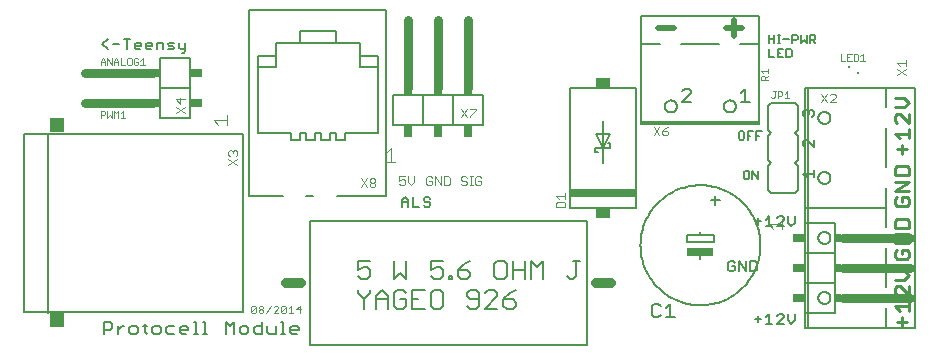
<source format=gto>
G75*
%MOIN*%
%OFA0B0*%
%FSLAX24Y24*%
%IPPOS*%
%LPD*%
%AMOC8*
5,1,8,0,0,1.08239X$1,22.5*
%
%ADD10C,0.0070*%
%ADD11C,0.0100*%
%ADD12C,0.0050*%
%ADD13C,0.0080*%
%ADD14C,0.0030*%
%ADD15C,0.0200*%
%ADD16C,0.0020*%
%ADD17C,0.0010*%
%ADD18C,0.0060*%
%ADD19R,0.0900X0.0250*%
%ADD20R,0.0450X0.0502*%
%ADD21R,0.0450X0.0492*%
%ADD22C,0.0335*%
%ADD23C,0.0300*%
%ADD24R,0.0300X0.0200*%
%ADD25R,0.0300X0.0400*%
%ADD26C,0.0040*%
%ADD27R,0.0200X0.0300*%
%ADD28R,0.0400X0.0300*%
%ADD29R,0.2200X0.0300*%
%ADD30R,0.0500X0.0350*%
%ADD31C,0.0098*%
%ADD32R,0.0079X0.0079*%
D10*
X012739Y004727D02*
X012739Y004947D01*
X012849Y005057D01*
X012959Y004947D01*
X012959Y004727D01*
X013107Y004727D02*
X013327Y004727D01*
X013475Y004782D02*
X013530Y004727D01*
X013641Y004727D01*
X013696Y004782D01*
X013696Y004837D01*
X013641Y004892D01*
X013530Y004892D01*
X013475Y004947D01*
X013475Y005002D01*
X013530Y005057D01*
X013641Y005057D01*
X013696Y005002D01*
X013107Y005057D02*
X013107Y004727D01*
X012959Y004892D02*
X012739Y004892D01*
X023634Y002852D02*
X023634Y002632D01*
X023689Y002577D01*
X023799Y002577D01*
X023854Y002632D01*
X023854Y002742D01*
X023744Y002742D01*
X023854Y002852D02*
X023799Y002907D01*
X023689Y002907D01*
X023634Y002852D01*
X024002Y002907D02*
X024222Y002577D01*
X024222Y002907D01*
X024370Y002907D02*
X024536Y002907D01*
X024591Y002852D01*
X024591Y002632D01*
X024536Y002577D01*
X024370Y002577D01*
X024370Y002907D01*
X024002Y002907D02*
X024002Y002577D01*
X024884Y004077D02*
X025104Y004077D01*
X024994Y004077D02*
X024994Y004407D01*
X024884Y004297D01*
X024736Y004242D02*
X024516Y004242D01*
X024626Y004352D02*
X024626Y004132D01*
X025252Y004077D02*
X025472Y004297D01*
X025472Y004352D01*
X025417Y004407D01*
X025307Y004407D01*
X025252Y004352D01*
X025620Y004407D02*
X025620Y004187D01*
X025731Y004077D01*
X025841Y004187D01*
X025841Y004407D01*
X025472Y004077D02*
X025252Y004077D01*
X025307Y001157D02*
X025252Y001102D01*
X025307Y001157D02*
X025417Y001157D01*
X025472Y001102D01*
X025472Y001047D01*
X025252Y000827D01*
X025472Y000827D01*
X025620Y000937D02*
X025731Y000827D01*
X025841Y000937D01*
X025841Y001157D01*
X025620Y001157D02*
X025620Y000937D01*
X025104Y000827D02*
X024884Y000827D01*
X024994Y000827D02*
X024994Y001157D01*
X024884Y001047D01*
X024736Y000992D02*
X024516Y000992D01*
X024626Y001102D02*
X024626Y000882D01*
X005537Y009922D02*
X005482Y009867D01*
X005427Y009867D01*
X005372Y009977D02*
X005537Y009977D01*
X005537Y009922D02*
X005537Y010197D01*
X005317Y010197D02*
X005317Y010032D01*
X005372Y009977D01*
X005169Y010032D02*
X005114Y010087D01*
X005004Y010087D01*
X004949Y010142D01*
X005004Y010197D01*
X005169Y010197D01*
X005169Y010032D02*
X005114Y009977D01*
X004949Y009977D01*
X004801Y009977D02*
X004801Y010142D01*
X004745Y010197D01*
X004580Y010197D01*
X004580Y009977D01*
X004432Y010087D02*
X004212Y010087D01*
X004212Y010032D02*
X004212Y010142D01*
X004267Y010197D01*
X004377Y010197D01*
X004432Y010142D01*
X004432Y010087D01*
X004377Y009977D02*
X004267Y009977D01*
X004212Y010032D01*
X004064Y010087D02*
X003844Y010087D01*
X003844Y010032D02*
X003844Y010142D01*
X003899Y010197D01*
X004009Y010197D01*
X004064Y010142D01*
X004064Y010087D01*
X004009Y009977D02*
X003899Y009977D01*
X003844Y010032D01*
X003586Y009977D02*
X003586Y010307D01*
X003696Y010307D02*
X003475Y010307D01*
X003327Y010142D02*
X003107Y010142D01*
X002959Y009977D02*
X002739Y010142D01*
X002959Y010307D01*
D11*
X029193Y008346D02*
X029500Y008346D01*
X029654Y008192D01*
X029500Y008039D01*
X029193Y008039D01*
X029270Y007830D02*
X029193Y007753D01*
X029193Y007600D01*
X029270Y007523D01*
X029347Y007830D02*
X029654Y007523D01*
X029654Y007830D01*
X029347Y007830D02*
X029270Y007830D01*
X029654Y007314D02*
X029654Y007008D01*
X029347Y007008D02*
X029193Y007161D01*
X029654Y007161D01*
X029424Y006799D02*
X029424Y006492D01*
X029577Y006645D02*
X029270Y006645D01*
X029270Y006080D02*
X029193Y006003D01*
X029193Y005773D01*
X029654Y005773D01*
X029654Y006003D01*
X029577Y006080D01*
X029270Y006080D01*
X029193Y005564D02*
X029654Y005564D01*
X029193Y005258D01*
X029654Y005258D01*
X029577Y005049D02*
X029424Y005049D01*
X029424Y004895D01*
X029577Y004742D02*
X029270Y004742D01*
X029193Y004819D01*
X029193Y004972D01*
X029270Y005049D01*
X029577Y005049D02*
X029654Y004972D01*
X029654Y004819D01*
X029577Y004742D01*
X029577Y004330D02*
X029270Y004330D01*
X029193Y004253D01*
X029193Y004023D01*
X029654Y004023D01*
X029654Y004253D01*
X029577Y004330D01*
X029654Y003814D02*
X029193Y003814D01*
X029193Y003508D02*
X029654Y003814D01*
X029654Y003508D02*
X029193Y003508D01*
X029270Y003299D02*
X029193Y003222D01*
X029193Y003069D01*
X029270Y002992D01*
X029577Y002992D01*
X029654Y003069D01*
X029654Y003222D01*
X029577Y003299D01*
X029424Y003299D01*
X029424Y003145D01*
X029500Y002596D02*
X029193Y002596D01*
X029500Y002596D02*
X029654Y002442D01*
X029500Y002289D01*
X029193Y002289D01*
X029270Y002080D02*
X029193Y002003D01*
X029193Y001850D01*
X029270Y001773D01*
X029347Y002080D02*
X029654Y001773D01*
X029654Y002080D01*
X029347Y002080D02*
X029270Y002080D01*
X029654Y001564D02*
X029654Y001258D01*
X029347Y001258D02*
X029193Y001411D01*
X029654Y001411D01*
X029424Y001049D02*
X029424Y000742D01*
X029577Y000895D02*
X029270Y000895D01*
D12*
X021839Y001047D02*
X021539Y001047D01*
X021689Y001047D02*
X021689Y001497D01*
X021539Y001347D01*
X021379Y001422D02*
X021304Y001497D01*
X021154Y001497D01*
X021079Y001422D01*
X021079Y001122D01*
X021154Y001047D01*
X021304Y001047D01*
X021379Y001122D01*
X018928Y000125D02*
X018928Y004259D01*
X009676Y004259D01*
X009676Y000125D01*
X018928Y000125D01*
X016545Y001433D02*
X016443Y001331D01*
X016240Y001331D01*
X016138Y001433D01*
X016138Y001636D01*
X016443Y001636D01*
X016545Y001535D01*
X016545Y001433D01*
X016138Y001636D02*
X016341Y001840D01*
X016545Y001942D01*
X015937Y001840D02*
X015937Y001738D01*
X015530Y001331D01*
X015937Y001331D01*
X015329Y001433D02*
X015228Y001331D01*
X015024Y001331D01*
X014922Y001433D01*
X015024Y001636D02*
X015329Y001636D01*
X015329Y001433D02*
X015329Y001840D01*
X015228Y001942D01*
X015024Y001942D01*
X014922Y001840D01*
X014922Y001738D01*
X015024Y001636D01*
X015530Y001840D02*
X015632Y001942D01*
X015835Y001942D01*
X015937Y001840D01*
X015936Y002321D02*
X016139Y002321D01*
X016241Y002423D01*
X016241Y002830D01*
X016139Y002932D01*
X015936Y002932D01*
X015834Y002830D01*
X015834Y002423D01*
X015936Y002321D01*
X016442Y002321D02*
X016442Y002932D01*
X016849Y002932D02*
X016849Y002321D01*
X017049Y002321D02*
X017049Y002932D01*
X017253Y002728D01*
X017456Y002932D01*
X017456Y002321D01*
X016849Y002626D02*
X016442Y002626D01*
X015025Y002525D02*
X015025Y002423D01*
X014924Y002321D01*
X014720Y002321D01*
X014618Y002423D01*
X014618Y002626D01*
X014924Y002626D01*
X015025Y002525D01*
X014822Y002830D02*
X014618Y002626D01*
X014416Y002423D02*
X014416Y002321D01*
X014315Y002321D01*
X014315Y002423D01*
X014416Y002423D01*
X014114Y002423D02*
X014012Y002321D01*
X013809Y002321D01*
X013707Y002423D01*
X014114Y002423D02*
X014114Y002626D01*
X014012Y002728D01*
X013910Y002728D01*
X013707Y002626D01*
X013707Y002932D01*
X014114Y002932D01*
X014822Y002830D02*
X015025Y002932D01*
X012898Y002932D02*
X012898Y002321D01*
X012695Y002525D01*
X012491Y002321D01*
X012491Y002932D01*
X011683Y002932D02*
X011276Y002932D01*
X011276Y002626D01*
X011480Y002728D01*
X011581Y002728D01*
X011683Y002626D01*
X011683Y002423D01*
X011581Y002321D01*
X011378Y002321D01*
X011276Y002423D01*
X011276Y001942D02*
X011276Y001840D01*
X011480Y001636D01*
X011480Y001331D01*
X011884Y001331D02*
X011884Y001738D01*
X012087Y001942D01*
X012291Y001738D01*
X012291Y001331D01*
X012491Y001433D02*
X012593Y001331D01*
X012797Y001331D01*
X012898Y001433D01*
X012898Y001636D01*
X012695Y001636D01*
X012491Y001433D02*
X012491Y001840D01*
X012593Y001942D01*
X012797Y001942D01*
X012898Y001840D01*
X013099Y001942D02*
X013099Y001331D01*
X013506Y001331D01*
X013707Y001433D02*
X013809Y001331D01*
X014012Y001331D01*
X014114Y001433D01*
X014114Y001840D01*
X014012Y001942D01*
X013809Y001942D01*
X013707Y001840D01*
X013707Y001433D01*
X013303Y001636D02*
X013099Y001636D01*
X013099Y001942D02*
X013506Y001942D01*
X012291Y001636D02*
X011884Y001636D01*
X011683Y001840D02*
X011480Y001636D01*
X011683Y001840D02*
X011683Y001942D01*
X018265Y002423D02*
X018367Y002321D01*
X018468Y002321D01*
X018570Y002423D01*
X018570Y002932D01*
X018468Y002932D02*
X018672Y002932D01*
X024139Y005692D02*
X024185Y005647D01*
X024275Y005647D01*
X024320Y005692D01*
X024320Y005872D01*
X024275Y005917D01*
X024185Y005917D01*
X024139Y005872D01*
X024139Y005692D01*
X024434Y005647D02*
X024434Y005917D01*
X024614Y005647D01*
X024614Y005917D01*
X026138Y005830D02*
X026479Y005830D01*
X026479Y005717D02*
X026479Y005944D01*
X026252Y005717D02*
X026138Y005830D01*
X026195Y006717D02*
X026138Y006774D01*
X026138Y006887D01*
X026195Y006944D01*
X026252Y006944D01*
X026479Y006717D01*
X026479Y006944D01*
X024748Y007237D02*
X024568Y007237D01*
X024568Y006967D01*
X024568Y007102D02*
X024658Y007102D01*
X024454Y007237D02*
X024273Y007237D01*
X024273Y006967D01*
X024159Y007012D02*
X024159Y007192D01*
X024114Y007237D01*
X024024Y007237D01*
X023979Y007192D01*
X023979Y007012D01*
X024024Y006967D01*
X024114Y006967D01*
X024159Y007012D01*
X024273Y007102D02*
X024364Y007102D01*
X026138Y007774D02*
X026138Y007887D01*
X026195Y007944D01*
X026252Y007944D01*
X026309Y007887D01*
X026365Y007944D01*
X026422Y007944D01*
X026479Y007887D01*
X026479Y007774D01*
X026422Y007717D01*
X026309Y007830D02*
X026309Y007887D01*
X026195Y007717D02*
X026138Y007774D01*
X024353Y008217D02*
X024053Y008217D01*
X024203Y008217D02*
X024203Y008667D01*
X024053Y008517D01*
X022403Y008517D02*
X022403Y008592D01*
X022328Y008667D01*
X022178Y008667D01*
X022103Y008592D01*
X022403Y008517D02*
X022103Y008217D01*
X022403Y008217D01*
X024979Y009717D02*
X025159Y009717D01*
X025273Y009717D02*
X025454Y009717D01*
X025568Y009717D02*
X025703Y009717D01*
X025748Y009762D01*
X025748Y009942D01*
X025703Y009987D01*
X025568Y009987D01*
X025568Y009717D01*
X025273Y009717D02*
X025273Y009987D01*
X025454Y009987D01*
X025364Y009852D02*
X025273Y009852D01*
X024979Y009987D02*
X024979Y009717D01*
X024979Y010197D02*
X024979Y010467D01*
X024979Y010332D02*
X025159Y010332D01*
X025159Y010467D02*
X025159Y010197D01*
X025273Y010197D02*
X025364Y010197D01*
X025318Y010197D02*
X025318Y010467D01*
X025273Y010467D02*
X025364Y010467D01*
X025470Y010332D02*
X025650Y010332D01*
X025765Y010287D02*
X025900Y010287D01*
X025945Y010332D01*
X025945Y010422D01*
X025900Y010467D01*
X025765Y010467D01*
X025765Y010197D01*
X026059Y010197D02*
X026149Y010287D01*
X026239Y010197D01*
X026239Y010467D01*
X026354Y010467D02*
X026489Y010467D01*
X026534Y010422D01*
X026534Y010332D01*
X026489Y010287D01*
X026354Y010287D01*
X026444Y010287D02*
X026534Y010197D01*
X026354Y010197D02*
X026354Y010467D01*
X026059Y010467D02*
X026059Y010197D01*
X000954Y007192D02*
X000954Y001192D01*
D13*
X000140Y001229D02*
X007463Y001229D01*
X007463Y007155D01*
X000140Y007155D01*
X000140Y001229D01*
X002818Y000902D02*
X002818Y000482D01*
X002818Y000622D02*
X003028Y000622D01*
X003098Y000692D01*
X003098Y000832D01*
X003028Y000902D01*
X002818Y000902D01*
X003278Y000762D02*
X003278Y000482D01*
X003278Y000622D02*
X003419Y000762D01*
X003489Y000762D01*
X003662Y000692D02*
X003662Y000552D01*
X003732Y000482D01*
X003872Y000482D01*
X003942Y000552D01*
X003942Y000692D01*
X003872Y000762D01*
X003732Y000762D01*
X003662Y000692D01*
X004123Y000762D02*
X004263Y000762D01*
X004193Y000832D02*
X004193Y000552D01*
X004263Y000482D01*
X004429Y000552D02*
X004500Y000482D01*
X004640Y000482D01*
X004710Y000552D01*
X004710Y000692D01*
X004640Y000762D01*
X004500Y000762D01*
X004429Y000692D01*
X004429Y000552D01*
X004890Y000552D02*
X004960Y000482D01*
X005170Y000482D01*
X005350Y000552D02*
X005350Y000692D01*
X005420Y000762D01*
X005560Y000762D01*
X005630Y000692D01*
X005630Y000622D01*
X005350Y000622D01*
X005350Y000552D02*
X005420Y000482D01*
X005560Y000482D01*
X005811Y000482D02*
X005951Y000482D01*
X005881Y000482D02*
X005881Y000902D01*
X005811Y000902D01*
X006118Y000902D02*
X006188Y000902D01*
X006188Y000482D01*
X006118Y000482D02*
X006258Y000482D01*
X006885Y000482D02*
X006885Y000902D01*
X007025Y000762D01*
X007165Y000902D01*
X007165Y000482D01*
X007345Y000552D02*
X007345Y000692D01*
X007415Y000762D01*
X007555Y000762D01*
X007626Y000692D01*
X007626Y000552D01*
X007555Y000482D01*
X007415Y000482D01*
X007345Y000552D01*
X007806Y000552D02*
X007806Y000692D01*
X007876Y000762D01*
X008086Y000762D01*
X008086Y000902D02*
X008086Y000482D01*
X007876Y000482D01*
X007806Y000552D01*
X008266Y000552D02*
X008266Y000762D01*
X008546Y000762D02*
X008546Y000482D01*
X008336Y000482D01*
X008266Y000552D01*
X008726Y000482D02*
X008867Y000482D01*
X008797Y000482D02*
X008797Y000902D01*
X008726Y000902D01*
X009033Y000692D02*
X009103Y000762D01*
X009244Y000762D01*
X009314Y000692D01*
X009314Y000622D01*
X009033Y000622D01*
X009033Y000552D02*
X009033Y000692D01*
X009033Y000552D02*
X009103Y000482D01*
X009244Y000482D01*
X005170Y000762D02*
X004960Y000762D01*
X004890Y000692D01*
X004890Y000552D01*
X007670Y005082D02*
X008804Y005082D01*
X009570Y005082D02*
X009804Y005082D01*
X010604Y005082D02*
X012237Y005082D01*
X012237Y011302D01*
X007670Y011302D01*
X007670Y005082D01*
X009054Y006942D02*
X009054Y007192D01*
X007954Y007192D01*
X007954Y009392D01*
X008554Y009392D01*
X008554Y009742D01*
X008554Y010192D01*
X009354Y010192D01*
X009354Y010592D01*
X010554Y010592D01*
X010554Y010192D01*
X009354Y010192D01*
X008554Y009742D02*
X007954Y009742D01*
X007954Y009392D01*
X010554Y010192D02*
X011354Y010192D01*
X011354Y009742D01*
X011354Y009392D01*
X011954Y009392D01*
X011954Y009742D01*
X011354Y009742D01*
X011954Y009392D02*
X011954Y007192D01*
X010854Y007192D01*
X010854Y006942D01*
X010554Y006942D01*
X010554Y007192D01*
X010354Y007192D01*
X010354Y006942D01*
X010054Y006942D01*
X010054Y007192D01*
X009854Y007192D01*
X009854Y006942D01*
X009554Y006942D01*
X009554Y007192D01*
X009354Y007192D01*
X009354Y006942D01*
X009054Y006942D01*
D14*
X007259Y006557D02*
X007259Y006461D01*
X007210Y006412D01*
X007259Y006311D02*
X006969Y006118D01*
X006969Y006311D02*
X007259Y006118D01*
X007017Y006412D02*
X006969Y006461D01*
X006969Y006557D01*
X007017Y006606D01*
X007065Y006606D01*
X007114Y006557D01*
X007162Y006606D01*
X007210Y006606D01*
X007259Y006557D01*
X007114Y006557D02*
X007114Y006509D01*
X005509Y007868D02*
X005219Y008061D01*
X005364Y008162D02*
X005364Y008356D01*
X005509Y008307D02*
X005219Y008307D01*
X005364Y008162D01*
X005509Y008061D02*
X005219Y007868D01*
X011379Y005677D02*
X011573Y005387D01*
X011674Y005435D02*
X011723Y005387D01*
X011819Y005387D01*
X011868Y005435D01*
X011868Y005484D01*
X011819Y005532D01*
X011723Y005532D01*
X011674Y005580D01*
X011674Y005629D01*
X011723Y005677D01*
X011819Y005677D01*
X011868Y005629D01*
X011868Y005580D01*
X011819Y005532D01*
X011723Y005532D02*
X011674Y005484D01*
X011674Y005435D01*
X011573Y005677D02*
X011379Y005387D01*
X014719Y007707D02*
X014912Y007997D01*
X015013Y007997D02*
X015207Y007997D01*
X015207Y007949D01*
X015013Y007755D01*
X015013Y007707D01*
X014912Y007707D02*
X014719Y007997D01*
X021144Y007397D02*
X021337Y007107D01*
X021438Y007155D02*
X021487Y007107D01*
X021584Y007107D01*
X021632Y007155D01*
X021632Y007204D01*
X021584Y007252D01*
X021438Y007252D01*
X021438Y007155D01*
X021438Y007252D02*
X021535Y007349D01*
X021632Y007397D01*
X021337Y007397D02*
X021144Y007107D01*
X018189Y005195D02*
X018189Y005002D01*
X018189Y005098D02*
X017899Y005098D01*
X017995Y005002D01*
X017947Y004900D02*
X017899Y004852D01*
X017899Y004707D01*
X018189Y004707D01*
X018189Y004852D01*
X018140Y004900D01*
X017947Y004900D01*
X009340Y001427D02*
X009220Y001307D01*
X009380Y001307D01*
X009340Y001187D02*
X009340Y001427D01*
X009052Y001427D02*
X009052Y001187D01*
X008972Y001187D02*
X009132Y001187D01*
X008972Y001347D02*
X009052Y001427D01*
X008883Y001387D02*
X008723Y001227D01*
X008763Y001187D01*
X008843Y001187D01*
X008883Y001227D01*
X008883Y001387D01*
X008843Y001427D01*
X008763Y001427D01*
X008723Y001387D01*
X008723Y001227D01*
X008634Y001187D02*
X008474Y001187D01*
X008634Y001347D01*
X008634Y001387D01*
X008594Y001427D01*
X008514Y001427D01*
X008474Y001387D01*
X008386Y001427D02*
X008226Y001187D01*
X008137Y001227D02*
X008097Y001187D01*
X008017Y001187D01*
X007977Y001227D01*
X007977Y001267D01*
X008017Y001307D01*
X008097Y001307D01*
X008137Y001267D01*
X008137Y001227D01*
X008097Y001307D02*
X008137Y001347D01*
X008137Y001387D01*
X008097Y001427D01*
X008017Y001427D01*
X007977Y001387D01*
X007977Y001347D01*
X008017Y001307D01*
X007889Y001387D02*
X007889Y001227D01*
X007849Y001187D01*
X007769Y001187D01*
X007728Y001227D01*
X007889Y001387D01*
X007849Y001427D01*
X007769Y001427D01*
X007728Y001387D01*
X007728Y001227D01*
X026719Y008207D02*
X026912Y008497D01*
X027013Y008449D02*
X027062Y008497D01*
X027159Y008497D01*
X027207Y008449D01*
X027207Y008400D01*
X027013Y008207D01*
X027207Y008207D01*
X026912Y008207D02*
X026719Y008497D01*
X029269Y009118D02*
X029559Y009311D01*
X029559Y009412D02*
X029559Y009606D01*
X029559Y009509D02*
X029269Y009509D01*
X029365Y009412D01*
X029269Y009311D02*
X029559Y009118D01*
D15*
X024088Y010692D02*
X023554Y010692D01*
X023821Y010959D02*
X023821Y010425D01*
X021838Y010692D02*
X021304Y010692D01*
D16*
X024944Y009320D02*
X024944Y009173D01*
X024944Y009246D02*
X024724Y009246D01*
X024797Y009173D01*
X024834Y009099D02*
X024870Y009062D01*
X024870Y008952D01*
X024870Y009025D02*
X024944Y009099D01*
X024834Y009099D02*
X024760Y009099D01*
X024724Y009062D01*
X024724Y008952D01*
X024944Y008952D01*
X025137Y008572D02*
X025211Y008572D01*
X025174Y008572D02*
X025174Y008389D01*
X025137Y008352D01*
X025100Y008352D01*
X025064Y008389D01*
X025285Y008425D02*
X025395Y008425D01*
X025432Y008462D01*
X025432Y008535D01*
X025395Y008572D01*
X025285Y008572D01*
X025285Y008352D01*
X025506Y008352D02*
X025653Y008352D01*
X025579Y008352D02*
X025579Y008572D01*
X025506Y008499D01*
X027373Y009596D02*
X027520Y009596D01*
X027594Y009596D02*
X027741Y009596D01*
X027815Y009596D02*
X027925Y009596D01*
X027962Y009632D01*
X027962Y009779D01*
X027925Y009816D01*
X027815Y009816D01*
X027815Y009596D01*
X027668Y009706D02*
X027594Y009706D01*
X027594Y009816D02*
X027594Y009596D01*
X027373Y009596D02*
X027373Y009816D01*
X027594Y009816D02*
X027741Y009816D01*
X028036Y009742D02*
X028110Y009816D01*
X028110Y009596D01*
X028183Y009596D02*
X028036Y009596D01*
X015405Y005702D02*
X015355Y005752D01*
X015255Y005752D01*
X015205Y005702D01*
X015205Y005502D01*
X015255Y005452D01*
X015355Y005452D01*
X015405Y005502D01*
X015405Y005602D01*
X015305Y005602D01*
X015109Y005452D02*
X015008Y005452D01*
X015058Y005452D02*
X015058Y005752D01*
X015008Y005752D02*
X015109Y005752D01*
X014914Y005702D02*
X014864Y005752D01*
X014764Y005752D01*
X014714Y005702D01*
X014714Y005652D01*
X014764Y005602D01*
X014864Y005602D01*
X014914Y005552D01*
X014914Y005502D01*
X014864Y005452D01*
X014764Y005452D01*
X014714Y005502D01*
X014353Y005502D02*
X014353Y005702D01*
X014303Y005752D01*
X014153Y005752D01*
X014153Y005452D01*
X014303Y005452D01*
X014353Y005502D01*
X014059Y005452D02*
X014059Y005752D01*
X013858Y005752D02*
X014059Y005452D01*
X013858Y005452D02*
X013858Y005752D01*
X013764Y005702D02*
X013714Y005752D01*
X013614Y005752D01*
X013564Y005702D01*
X013564Y005502D01*
X013614Y005452D01*
X013714Y005452D01*
X013764Y005502D01*
X013764Y005602D01*
X013664Y005602D01*
X013159Y005552D02*
X013159Y005752D01*
X012958Y005752D02*
X012958Y005552D01*
X013059Y005452D01*
X013159Y005552D01*
X012864Y005502D02*
X012814Y005452D01*
X012714Y005452D01*
X012664Y005502D01*
X012664Y005602D02*
X012764Y005652D01*
X012814Y005652D01*
X012864Y005602D01*
X012864Y005502D01*
X012664Y005602D02*
X012664Y005752D01*
X012864Y005752D01*
D17*
X004188Y009447D02*
X004035Y009447D01*
X004111Y009447D02*
X004111Y009677D01*
X004035Y009600D01*
X003967Y009562D02*
X003890Y009562D01*
X003967Y009562D02*
X003967Y009485D01*
X003929Y009447D01*
X003852Y009447D01*
X003814Y009485D01*
X003814Y009639D01*
X003852Y009677D01*
X003929Y009677D01*
X003967Y009639D01*
X003746Y009639D02*
X003708Y009677D01*
X003631Y009677D01*
X003593Y009639D01*
X003593Y009485D01*
X003631Y009447D01*
X003708Y009447D01*
X003746Y009485D01*
X003746Y009639D01*
X003372Y009677D02*
X003372Y009447D01*
X003525Y009447D01*
X003304Y009447D02*
X003304Y009600D01*
X003227Y009677D01*
X003151Y009600D01*
X003151Y009447D01*
X003083Y009447D02*
X003083Y009677D01*
X003151Y009562D02*
X003304Y009562D01*
X003083Y009447D02*
X002930Y009677D01*
X002930Y009447D01*
X002862Y009447D02*
X002862Y009600D01*
X002786Y009677D01*
X002709Y009600D01*
X002709Y009447D01*
X002709Y009562D02*
X002862Y009562D01*
X002824Y007927D02*
X002709Y007927D01*
X002709Y007697D01*
X002709Y007774D02*
X002824Y007774D01*
X002862Y007812D01*
X002862Y007889D01*
X002824Y007927D01*
X002930Y007927D02*
X002930Y007697D01*
X003006Y007774D01*
X003083Y007697D01*
X003083Y007927D01*
X003151Y007927D02*
X003227Y007850D01*
X003304Y007927D01*
X003304Y007697D01*
X003372Y007697D02*
X003525Y007697D01*
X003448Y007697D02*
X003448Y007927D01*
X003372Y007850D01*
X003151Y007927D02*
X003151Y007697D01*
D18*
X004704Y007692D02*
X005704Y007692D01*
X005704Y008692D01*
X005704Y009692D01*
X004704Y009692D01*
X004704Y008692D01*
X004704Y007692D01*
X004704Y008692D02*
X005704Y008692D01*
X012454Y008442D02*
X012454Y007442D01*
X013454Y007442D01*
X014454Y007442D01*
X015454Y007442D01*
X015454Y008442D01*
X014454Y008442D01*
X013454Y008442D01*
X012454Y008442D01*
X013454Y008442D02*
X013454Y007442D01*
X014454Y007442D02*
X014454Y008442D01*
X018354Y008692D02*
X018354Y004692D01*
X020554Y004692D01*
X020554Y008692D01*
X018354Y008692D01*
X019454Y007592D02*
X019454Y006692D01*
X019704Y006692D01*
X019704Y006842D01*
X019634Y006842D01*
X019454Y006692D02*
X019204Y006692D01*
X019204Y006542D01*
X019274Y006542D01*
X019454Y006692D02*
X019684Y007142D01*
X019224Y007142D01*
X019454Y006692D01*
X019454Y006192D01*
X020738Y007472D02*
X024668Y007472D01*
X024668Y007552D01*
X020738Y007552D01*
X020738Y010152D01*
X020738Y011092D01*
X024668Y011092D01*
X024668Y010152D01*
X024668Y007552D01*
X024954Y007292D02*
X025054Y007192D01*
X024954Y007092D01*
X024954Y006292D01*
X025054Y006192D01*
X024954Y006092D01*
X024954Y005292D01*
X025054Y005192D01*
X025854Y005192D01*
X025954Y005292D01*
X025954Y006092D01*
X025854Y006192D01*
X025954Y006292D01*
X025954Y007092D01*
X025854Y007192D01*
X025954Y007292D01*
X025954Y008092D01*
X025854Y008192D01*
X025054Y008192D01*
X024954Y008092D01*
X024954Y007292D01*
X023488Y008072D02*
X023490Y008100D01*
X023496Y008127D01*
X023505Y008153D01*
X023518Y008178D01*
X023535Y008201D01*
X023554Y008221D01*
X023576Y008238D01*
X023600Y008252D01*
X023626Y008262D01*
X023653Y008269D01*
X023681Y008272D01*
X023709Y008271D01*
X023736Y008266D01*
X023763Y008257D01*
X023788Y008245D01*
X023811Y008230D01*
X023832Y008211D01*
X023850Y008190D01*
X023865Y008166D01*
X023876Y008140D01*
X023884Y008114D01*
X023888Y008086D01*
X023888Y008058D01*
X023884Y008030D01*
X023876Y008004D01*
X023865Y007978D01*
X023850Y007954D01*
X023832Y007933D01*
X023811Y007914D01*
X023788Y007899D01*
X023763Y007887D01*
X023736Y007878D01*
X023709Y007873D01*
X023681Y007872D01*
X023653Y007875D01*
X023626Y007882D01*
X023600Y007892D01*
X023576Y007906D01*
X023554Y007923D01*
X023535Y007943D01*
X023518Y007966D01*
X023505Y007991D01*
X023496Y008017D01*
X023490Y008044D01*
X023488Y008072D01*
X021518Y008072D02*
X021520Y008100D01*
X021526Y008127D01*
X021535Y008153D01*
X021548Y008178D01*
X021565Y008201D01*
X021584Y008221D01*
X021606Y008238D01*
X021630Y008252D01*
X021656Y008262D01*
X021683Y008269D01*
X021711Y008272D01*
X021739Y008271D01*
X021766Y008266D01*
X021793Y008257D01*
X021818Y008245D01*
X021841Y008230D01*
X021862Y008211D01*
X021880Y008190D01*
X021895Y008166D01*
X021906Y008140D01*
X021914Y008114D01*
X021918Y008086D01*
X021918Y008058D01*
X021914Y008030D01*
X021906Y008004D01*
X021895Y007978D01*
X021880Y007954D01*
X021862Y007933D01*
X021841Y007914D01*
X021818Y007899D01*
X021793Y007887D01*
X021766Y007878D01*
X021739Y007873D01*
X021711Y007872D01*
X021683Y007875D01*
X021656Y007882D01*
X021630Y007892D01*
X021606Y007906D01*
X021584Y007923D01*
X021565Y007943D01*
X021548Y007966D01*
X021535Y007991D01*
X021526Y008017D01*
X021520Y008044D01*
X021518Y008072D01*
X020738Y007552D02*
X020738Y007472D01*
X026204Y008692D02*
X026204Y004692D01*
X026204Y000692D01*
X026304Y000692D01*
X026304Y008692D01*
X028904Y008692D01*
X028904Y008042D01*
X028904Y008692D02*
X029854Y008692D01*
X029854Y000692D01*
X028904Y000692D01*
X028904Y001342D01*
X027204Y001192D02*
X027204Y002192D01*
X027204Y003192D01*
X027204Y004192D01*
X026204Y004192D01*
X026204Y003192D01*
X026204Y002192D01*
X026204Y001192D01*
X027204Y001192D01*
X026634Y001692D02*
X026636Y001720D01*
X026642Y001747D01*
X026651Y001773D01*
X026664Y001798D01*
X026681Y001821D01*
X026700Y001841D01*
X026722Y001858D01*
X026746Y001872D01*
X026772Y001882D01*
X026799Y001889D01*
X026827Y001892D01*
X026855Y001891D01*
X026882Y001886D01*
X026909Y001877D01*
X026934Y001865D01*
X026957Y001850D01*
X026978Y001831D01*
X026996Y001810D01*
X027011Y001786D01*
X027022Y001760D01*
X027030Y001734D01*
X027034Y001706D01*
X027034Y001678D01*
X027030Y001650D01*
X027022Y001624D01*
X027011Y001598D01*
X026996Y001574D01*
X026978Y001553D01*
X026957Y001534D01*
X026934Y001519D01*
X026909Y001507D01*
X026882Y001498D01*
X026855Y001493D01*
X026827Y001492D01*
X026799Y001495D01*
X026772Y001502D01*
X026746Y001512D01*
X026722Y001526D01*
X026700Y001543D01*
X026681Y001563D01*
X026664Y001586D01*
X026651Y001611D01*
X026642Y001637D01*
X026636Y001664D01*
X026634Y001692D01*
X026204Y002192D02*
X027204Y002192D01*
X028904Y002042D02*
X028904Y003342D01*
X027204Y003192D02*
X026204Y003192D01*
X026634Y003692D02*
X026636Y003720D01*
X026642Y003747D01*
X026651Y003773D01*
X026664Y003798D01*
X026681Y003821D01*
X026700Y003841D01*
X026722Y003858D01*
X026746Y003872D01*
X026772Y003882D01*
X026799Y003889D01*
X026827Y003892D01*
X026855Y003891D01*
X026882Y003886D01*
X026909Y003877D01*
X026934Y003865D01*
X026957Y003850D01*
X026978Y003831D01*
X026996Y003810D01*
X027011Y003786D01*
X027022Y003760D01*
X027030Y003734D01*
X027034Y003706D01*
X027034Y003678D01*
X027030Y003650D01*
X027022Y003624D01*
X027011Y003598D01*
X026996Y003574D01*
X026978Y003553D01*
X026957Y003534D01*
X026934Y003519D01*
X026909Y003507D01*
X026882Y003498D01*
X026855Y003493D01*
X026827Y003492D01*
X026799Y003495D01*
X026772Y003502D01*
X026746Y003512D01*
X026722Y003526D01*
X026700Y003543D01*
X026681Y003563D01*
X026664Y003586D01*
X026651Y003611D01*
X026642Y003637D01*
X026636Y003664D01*
X026634Y003692D01*
X028904Y004042D02*
X028904Y004692D01*
X028904Y005342D01*
X028904Y004692D02*
X026204Y004692D01*
X026634Y005692D02*
X026636Y005720D01*
X026642Y005747D01*
X026651Y005773D01*
X026664Y005798D01*
X026681Y005821D01*
X026700Y005841D01*
X026722Y005858D01*
X026746Y005872D01*
X026772Y005882D01*
X026799Y005889D01*
X026827Y005892D01*
X026855Y005891D01*
X026882Y005886D01*
X026909Y005877D01*
X026934Y005865D01*
X026957Y005850D01*
X026978Y005831D01*
X026996Y005810D01*
X027011Y005786D01*
X027022Y005760D01*
X027030Y005734D01*
X027034Y005706D01*
X027034Y005678D01*
X027030Y005650D01*
X027022Y005624D01*
X027011Y005598D01*
X026996Y005574D01*
X026978Y005553D01*
X026957Y005534D01*
X026934Y005519D01*
X026909Y005507D01*
X026882Y005498D01*
X026855Y005493D01*
X026827Y005492D01*
X026799Y005495D01*
X026772Y005502D01*
X026746Y005512D01*
X026722Y005526D01*
X026700Y005543D01*
X026681Y005563D01*
X026664Y005586D01*
X026651Y005611D01*
X026642Y005637D01*
X026636Y005664D01*
X026634Y005692D01*
X028904Y006042D02*
X028904Y007342D01*
X026634Y007692D02*
X026636Y007720D01*
X026642Y007747D01*
X026651Y007773D01*
X026664Y007798D01*
X026681Y007821D01*
X026700Y007841D01*
X026722Y007858D01*
X026746Y007872D01*
X026772Y007882D01*
X026799Y007889D01*
X026827Y007892D01*
X026855Y007891D01*
X026882Y007886D01*
X026909Y007877D01*
X026934Y007865D01*
X026957Y007850D01*
X026978Y007831D01*
X026996Y007810D01*
X027011Y007786D01*
X027022Y007760D01*
X027030Y007734D01*
X027034Y007706D01*
X027034Y007678D01*
X027030Y007650D01*
X027022Y007624D01*
X027011Y007598D01*
X026996Y007574D01*
X026978Y007553D01*
X026957Y007534D01*
X026934Y007519D01*
X026909Y007507D01*
X026882Y007498D01*
X026855Y007493D01*
X026827Y007492D01*
X026799Y007495D01*
X026772Y007502D01*
X026746Y007512D01*
X026722Y007526D01*
X026700Y007543D01*
X026681Y007563D01*
X026664Y007586D01*
X026651Y007611D01*
X026642Y007637D01*
X026636Y007664D01*
X026634Y007692D01*
X026304Y008692D02*
X026204Y008692D01*
X024668Y010152D02*
X024038Y010152D01*
X023338Y010152D02*
X022068Y010152D01*
X021368Y010152D02*
X020738Y010152D01*
X023204Y005092D02*
X023204Y004792D01*
X023354Y004942D02*
X023054Y004942D01*
X022704Y003892D02*
X022704Y003792D01*
X023154Y003792D01*
X023154Y003542D01*
X022254Y003542D01*
X022254Y003792D01*
X022704Y003792D01*
X020704Y003442D02*
X020706Y003531D01*
X020712Y003620D01*
X020722Y003709D01*
X020736Y003797D01*
X020753Y003884D01*
X020775Y003970D01*
X020801Y004056D01*
X020830Y004140D01*
X020863Y004223D01*
X020899Y004304D01*
X020940Y004384D01*
X020983Y004461D01*
X021030Y004537D01*
X021081Y004610D01*
X021134Y004681D01*
X021191Y004750D01*
X021251Y004816D01*
X021314Y004880D01*
X021379Y004940D01*
X021447Y004998D01*
X021518Y005052D01*
X021591Y005103D01*
X021666Y005151D01*
X021743Y005196D01*
X021822Y005237D01*
X021903Y005274D01*
X021985Y005308D01*
X022069Y005339D01*
X022154Y005365D01*
X022240Y005388D01*
X022327Y005406D01*
X022415Y005421D01*
X022504Y005432D01*
X022593Y005439D01*
X022682Y005442D01*
X022771Y005441D01*
X022860Y005436D01*
X022948Y005427D01*
X023037Y005414D01*
X023124Y005397D01*
X023211Y005377D01*
X023297Y005352D01*
X023381Y005324D01*
X023464Y005292D01*
X023546Y005256D01*
X023626Y005217D01*
X023704Y005174D01*
X023780Y005128D01*
X023854Y005078D01*
X023926Y005025D01*
X023995Y004969D01*
X024062Y004910D01*
X024126Y004848D01*
X024187Y004784D01*
X024246Y004716D01*
X024301Y004646D01*
X024353Y004574D01*
X024402Y004499D01*
X024447Y004423D01*
X024489Y004344D01*
X024527Y004264D01*
X024562Y004182D01*
X024593Y004098D01*
X024621Y004013D01*
X024644Y003927D01*
X024664Y003840D01*
X024680Y003753D01*
X024692Y003664D01*
X024700Y003576D01*
X024704Y003487D01*
X024704Y003397D01*
X024700Y003308D01*
X024692Y003220D01*
X024680Y003131D01*
X024664Y003044D01*
X024644Y002957D01*
X024621Y002871D01*
X024593Y002786D01*
X024562Y002702D01*
X024527Y002620D01*
X024489Y002540D01*
X024447Y002461D01*
X024402Y002385D01*
X024353Y002310D01*
X024301Y002238D01*
X024246Y002168D01*
X024187Y002100D01*
X024126Y002036D01*
X024062Y001974D01*
X023995Y001915D01*
X023926Y001859D01*
X023854Y001806D01*
X023780Y001756D01*
X023704Y001710D01*
X023626Y001667D01*
X023546Y001628D01*
X023464Y001592D01*
X023381Y001560D01*
X023297Y001532D01*
X023211Y001507D01*
X023124Y001487D01*
X023037Y001470D01*
X022948Y001457D01*
X022860Y001448D01*
X022771Y001443D01*
X022682Y001442D01*
X022593Y001445D01*
X022504Y001452D01*
X022415Y001463D01*
X022327Y001478D01*
X022240Y001496D01*
X022154Y001519D01*
X022069Y001545D01*
X021985Y001576D01*
X021903Y001610D01*
X021822Y001647D01*
X021743Y001688D01*
X021666Y001733D01*
X021591Y001781D01*
X021518Y001832D01*
X021447Y001886D01*
X021379Y001944D01*
X021314Y002004D01*
X021251Y002068D01*
X021191Y002134D01*
X021134Y002203D01*
X021081Y002274D01*
X021030Y002347D01*
X020983Y002423D01*
X020940Y002500D01*
X020899Y002580D01*
X020863Y002661D01*
X020830Y002744D01*
X020801Y002828D01*
X020775Y002914D01*
X020753Y003000D01*
X020736Y003087D01*
X020722Y003175D01*
X020712Y003264D01*
X020706Y003353D01*
X020704Y003442D01*
X022704Y003192D02*
X022704Y002992D01*
X026304Y000692D02*
X028904Y000692D01*
D19*
X022704Y003217D03*
D20*
X001269Y000949D03*
D21*
X001269Y007440D03*
D22*
X008889Y002192D02*
X009381Y002192D01*
X019223Y002192D02*
X019716Y002192D01*
D23*
X027454Y002692D02*
X029704Y002692D01*
X029704Y001692D02*
X027454Y001692D01*
X027454Y003692D02*
X029704Y003692D01*
X014954Y008692D02*
X014954Y010942D01*
X013954Y010942D02*
X013954Y008692D01*
X012954Y008692D02*
X012954Y010942D01*
X004454Y009192D02*
X002204Y009192D01*
X002204Y008192D02*
X004454Y008192D01*
D24*
X012954Y008542D03*
X013954Y008542D03*
X014954Y008542D03*
D25*
X014954Y007242D03*
X013954Y007242D03*
X012954Y007242D03*
D26*
X012377Y006672D02*
X012377Y006212D01*
X012224Y006212D02*
X012531Y006212D01*
X012224Y006519D02*
X012377Y006672D01*
X006934Y007462D02*
X006934Y007769D01*
X006934Y007615D02*
X006473Y007615D01*
X006627Y007462D01*
X024973Y004155D02*
X025434Y004155D01*
X025434Y004002D02*
X025434Y004308D01*
X025127Y004002D02*
X024973Y004155D01*
D27*
X027304Y003692D03*
X027304Y002692D03*
X027304Y001692D03*
X004604Y008192D03*
X004604Y009192D03*
D28*
X005904Y009192D03*
X005904Y008192D03*
X026004Y003692D03*
X026004Y002692D03*
X026004Y001692D03*
D29*
X019454Y005192D03*
D30*
X019454Y004517D03*
X019454Y008867D03*
D31*
X027668Y009399D03*
D32*
X027954Y009192D03*
M02*

</source>
